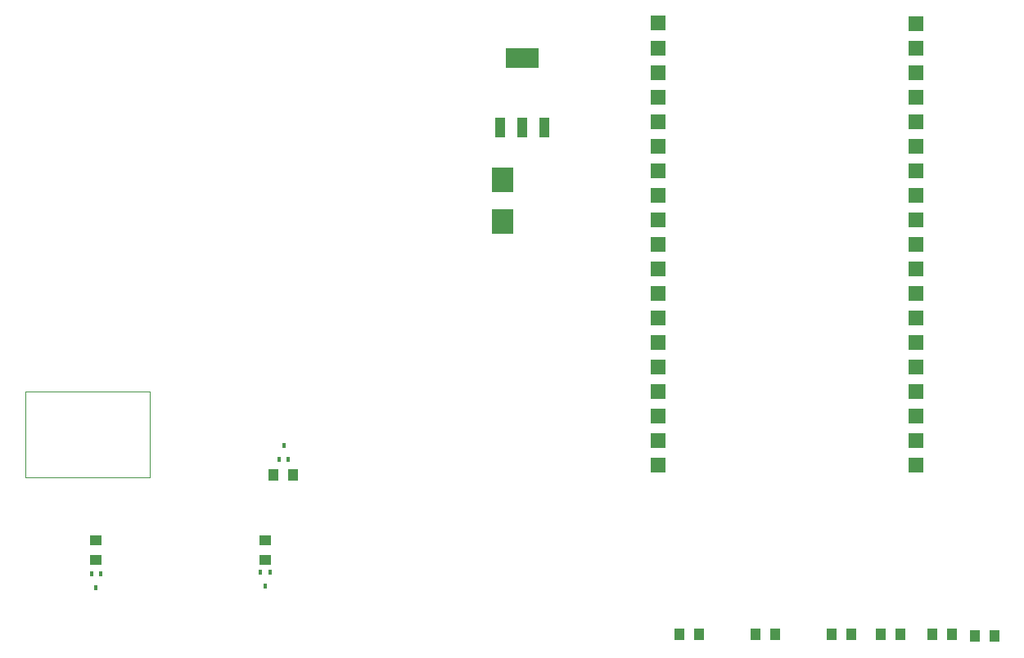
<source format=gbr>
G04 #@! TF.GenerationSoftware,KiCad,Pcbnew,5.1.5+dfsg1-2build2*
G04 #@! TF.CreationDate,2022-04-02T18:44:24-05:00*
G04 #@! TF.ProjectId,caden_final,63616465-6e5f-4666-996e-616c2e6b6963,rev?*
G04 #@! TF.SameCoordinates,Original*
G04 #@! TF.FileFunction,Paste,Bot*
G04 #@! TF.FilePolarity,Positive*
%FSLAX46Y46*%
G04 Gerber Fmt 4.6, Leading zero omitted, Abs format (unit mm)*
G04 Created by KiCad (PCBNEW 5.1.5+dfsg1-2build2) date 2022-04-02 18:44:24*
%MOMM*%
%LPD*%
G04 APERTURE LIST*
%ADD10C,0.120000*%
%ADD11R,2.300000X2.500000*%
%ADD12R,0.400000X0.550000*%
%ADD13R,1.000000X1.300000*%
%ADD14R,1.300000X1.000000*%
%ADD15R,1.000000X2.000000*%
%ADD16R,3.500000X2.000000*%
%ADD17R,1.524000X1.524000*%
G04 APERTURE END LIST*
D10*
X72156500Y-26513500D02*
X59256500Y-26513500D01*
X59256500Y-26513500D02*
X59256500Y-35463500D01*
X59256500Y-35463500D02*
X72156500Y-35463500D01*
X72156500Y-35413500D02*
X72156500Y-26513500D01*
D11*
X108685000Y-8958000D03*
X108685000Y-4658000D03*
D12*
X85515500Y-33566500D03*
X86515500Y-33566500D03*
X86015500Y-32116500D03*
X84574000Y-45286000D03*
X83574000Y-45286000D03*
X84074000Y-46736000D03*
X66619500Y-46852500D03*
X66119500Y-45402500D03*
X67119500Y-45402500D03*
D13*
X84963000Y-35179000D03*
X86995000Y-35179000D03*
X157543500Y-51879500D03*
X159575500Y-51879500D03*
X155130500Y-51689000D03*
X153098500Y-51689000D03*
X136842500Y-51689000D03*
X134810500Y-51689000D03*
X126936500Y-51689000D03*
X128968500Y-51689000D03*
X149796500Y-51689000D03*
X147764500Y-51689000D03*
X142684500Y-51689000D03*
X144716500Y-51689000D03*
D14*
X84074000Y-44005500D03*
X84074000Y-41973500D03*
X66611500Y-44005500D03*
X66611500Y-41973500D03*
D15*
X112980500Y776000D03*
X110680500Y776000D03*
X108380500Y776000D03*
D16*
X110680500Y7976000D03*
D17*
X124714000Y11597000D03*
X124714000Y9017000D03*
X124714000Y6477000D03*
X124714000Y3937000D03*
X124714000Y1397000D03*
X124714000Y-1143000D03*
X124714000Y-3683000D03*
X124714000Y-6223000D03*
X124714000Y-8763000D03*
X124714000Y-11303000D03*
X124714000Y-13843000D03*
X124714000Y-16383000D03*
X124714000Y-18923000D03*
X124714000Y-21463000D03*
X124714000Y-24003000D03*
X124714000Y-26543000D03*
X124714000Y-29083000D03*
X124714000Y-31623000D03*
X124714000Y-34163000D03*
X151384000Y11557000D03*
X151384000Y9017000D03*
X151384000Y6477000D03*
X151384000Y3937000D03*
X151384000Y1397000D03*
X151384000Y-1143000D03*
X151384000Y-3683000D03*
X151384000Y-6223000D03*
X151384000Y-8763000D03*
X151384000Y-11303000D03*
X151384000Y-13843000D03*
X151384000Y-16383000D03*
X151384000Y-18923000D03*
X151384000Y-21463000D03*
X151384000Y-24003000D03*
X151384000Y-26543000D03*
X151384000Y-29083000D03*
X151384000Y-31623000D03*
X151384000Y-34163000D03*
M02*

</source>
